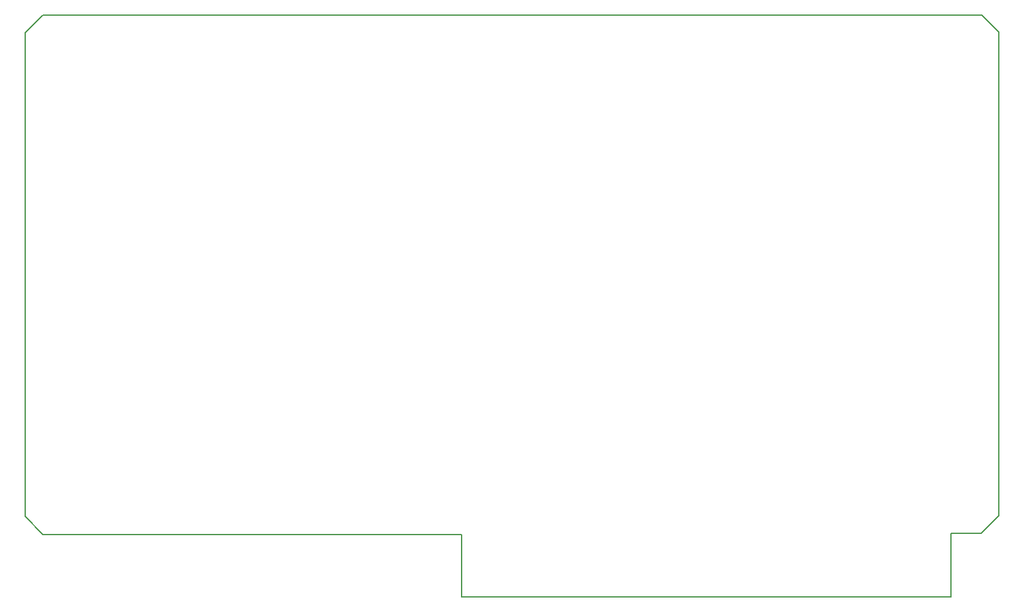
<source format=gm1>
%TF.GenerationSoftware,KiCad,Pcbnew,(6.0.2-0)*%
%TF.CreationDate,2022-03-26T21:25:16+01:00*%
%TF.ProjectId,mockingboard2k,6d6f636b-696e-4676-926f-617264326b2e,0.1*%
%TF.SameCoordinates,PXc52d8a0PY889e9c0*%
%TF.FileFunction,Profile,NP*%
%FSLAX46Y46*%
G04 Gerber Fmt 4.6, Leading zero omitted, Abs format (unit mm)*
G04 Created by KiCad (PCBNEW (6.0.2-0)) date 2022-03-26 21:25:16*
%MOMM*%
%LPD*%
G01*
G04 APERTURE LIST*
%TA.AperFunction,Profile*%
%ADD10C,0.150000*%
%TD*%
G04 APERTURE END LIST*
D10*
X-2413000Y78232000D02*
X-128651000Y78232000D01*
X-131064000Y75819000D02*
X-131064000Y10795000D01*
X-6604000Y8509000D02*
X-2540000Y8509000D01*
X-2540000Y8509000D02*
X-127000Y10922000D01*
X-72390000Y8382000D02*
X-72390000Y0D01*
X-131064000Y10795000D02*
X-128651000Y8382000D01*
X-127000Y10922000D02*
X-127000Y75946000D01*
X-72390000Y0D02*
X-6604000Y0D01*
X-128651000Y8382000D02*
X-72390000Y8382000D01*
X-6604000Y0D02*
X-6604000Y8509000D01*
X-128651000Y78232000D02*
X-131064000Y75819000D01*
X-127000Y75946000D02*
X-2413000Y78232000D01*
M02*

</source>
